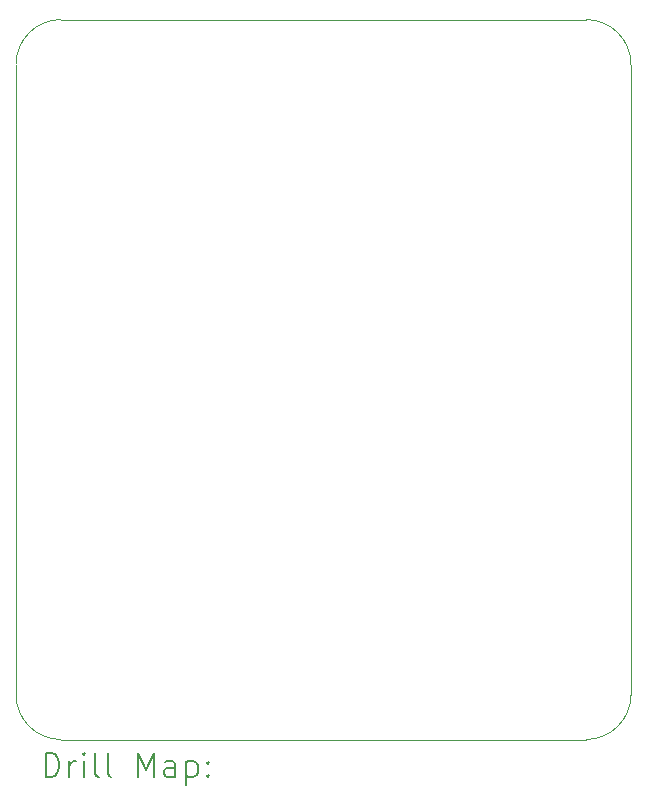
<source format=gbr>
%FSLAX45Y45*%
G04 Gerber Fmt 4.5, Leading zero omitted, Abs format (unit mm)*
G04 Created by KiCad (PCBNEW 6.0.1-79c1e3a40b~116~ubuntu20.04.1) date 2022-01-21 15:38:17*
%MOMM*%
%LPD*%
G01*
G04 APERTURE LIST*
%TA.AperFunction,Profile*%
%ADD10C,0.100000*%
%TD*%
%ADD11C,0.200000*%
G04 APERTURE END LIST*
D10*
X11430000Y-5842000D02*
G75*
G03*
X11049000Y-6223000I0J-381000D01*
G01*
X11430000Y-5842000D02*
X15875000Y-5842000D01*
X11049000Y-11557000D02*
G75*
G03*
X11430000Y-11938000I381000J0D01*
G01*
X16256000Y-11557000D02*
X16256000Y-6223000D01*
X11430000Y-11938000D02*
X15875000Y-11938000D01*
X11049000Y-11557000D02*
X11049000Y-6223000D01*
X16256000Y-6223000D02*
G75*
G03*
X15875000Y-5842000I-381000J0D01*
G01*
X15875000Y-11938000D02*
G75*
G03*
X16256000Y-11557000I0J381000D01*
G01*
D11*
X11301619Y-12253476D02*
X11301619Y-12053476D01*
X11349238Y-12053476D01*
X11377809Y-12063000D01*
X11396857Y-12082048D01*
X11406381Y-12101095D01*
X11415904Y-12139190D01*
X11415904Y-12167762D01*
X11406381Y-12205857D01*
X11396857Y-12224905D01*
X11377809Y-12243952D01*
X11349238Y-12253476D01*
X11301619Y-12253476D01*
X11501619Y-12253476D02*
X11501619Y-12120143D01*
X11501619Y-12158238D02*
X11511142Y-12139190D01*
X11520666Y-12129667D01*
X11539714Y-12120143D01*
X11558762Y-12120143D01*
X11625428Y-12253476D02*
X11625428Y-12120143D01*
X11625428Y-12053476D02*
X11615904Y-12063000D01*
X11625428Y-12072524D01*
X11634952Y-12063000D01*
X11625428Y-12053476D01*
X11625428Y-12072524D01*
X11749238Y-12253476D02*
X11730190Y-12243952D01*
X11720666Y-12224905D01*
X11720666Y-12053476D01*
X11854000Y-12253476D02*
X11834952Y-12243952D01*
X11825428Y-12224905D01*
X11825428Y-12053476D01*
X12082571Y-12253476D02*
X12082571Y-12053476D01*
X12149238Y-12196333D01*
X12215904Y-12053476D01*
X12215904Y-12253476D01*
X12396857Y-12253476D02*
X12396857Y-12148714D01*
X12387333Y-12129667D01*
X12368285Y-12120143D01*
X12330190Y-12120143D01*
X12311142Y-12129667D01*
X12396857Y-12243952D02*
X12377809Y-12253476D01*
X12330190Y-12253476D01*
X12311142Y-12243952D01*
X12301619Y-12224905D01*
X12301619Y-12205857D01*
X12311142Y-12186809D01*
X12330190Y-12177286D01*
X12377809Y-12177286D01*
X12396857Y-12167762D01*
X12492095Y-12120143D02*
X12492095Y-12320143D01*
X12492095Y-12129667D02*
X12511142Y-12120143D01*
X12549238Y-12120143D01*
X12568285Y-12129667D01*
X12577809Y-12139190D01*
X12587333Y-12158238D01*
X12587333Y-12215381D01*
X12577809Y-12234428D01*
X12568285Y-12243952D01*
X12549238Y-12253476D01*
X12511142Y-12253476D01*
X12492095Y-12243952D01*
X12673047Y-12234428D02*
X12682571Y-12243952D01*
X12673047Y-12253476D01*
X12663523Y-12243952D01*
X12673047Y-12234428D01*
X12673047Y-12253476D01*
X12673047Y-12129667D02*
X12682571Y-12139190D01*
X12673047Y-12148714D01*
X12663523Y-12139190D01*
X12673047Y-12129667D01*
X12673047Y-12148714D01*
M02*

</source>
